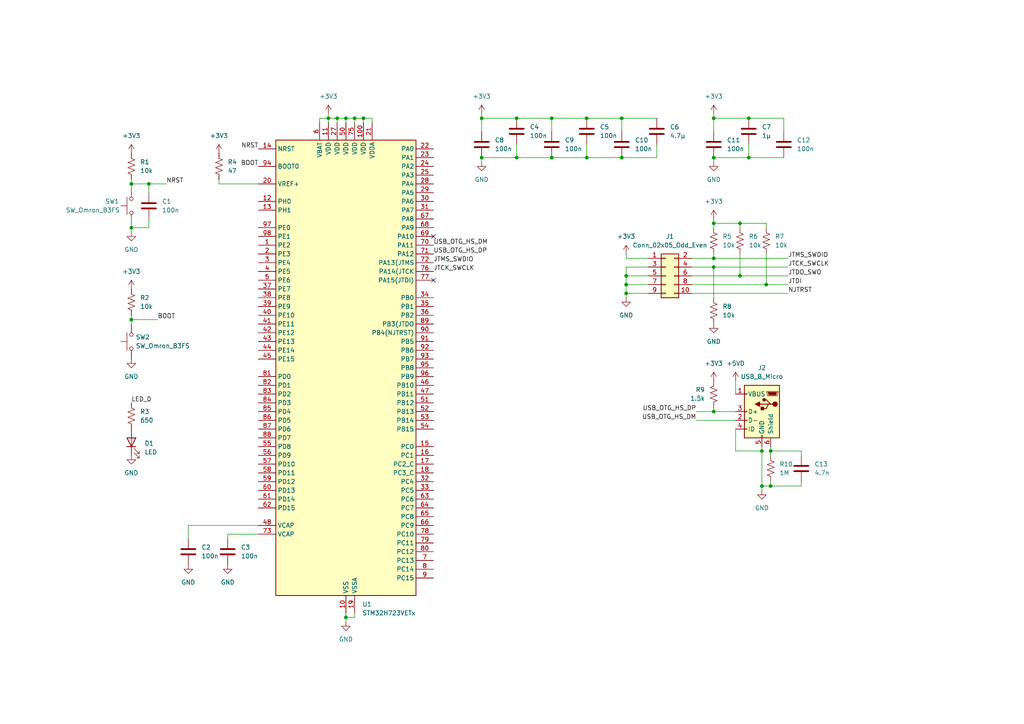
<source format=kicad_sch>
(kicad_sch (version 20230121) (generator eeschema)
  (paper "A4")
  (lib_symbols
    (symbol "Connector:USB_B_Micro" (pin_names (offset 1.016))
      (property "Reference" "J" (at -5.08 11.43 0))
      (property "Value" "USB_B_Micro" (at -5.08 8.89 0))
      (symbol "USB_B_Micro_0_1"
        (rectangle (start -5.08 -7.62) (end 5.08 7.62) (stroke (width 0.254)) (fill (type background)))
        (circle (center -3.81 2.159) (radius 0.635) (stroke (width 0.254)) (fill (type outline)))
        (circle (center -0.635 3.429) (radius 0.381) (stroke (width 0.254)) (fill (type outline)))
        (rectangle (start -0.127 -7.62) (end 0.127 -6.858))
        (polyline (pts (xy -1.905 2.159) (xy 0.635 2.159)) (stroke (width 0.254)))
        (polyline (pts (xy -3.175 2.159) (xy -2.54 2.159) (xy -1.27 3.429) (xy -0.635 3.429)) (stroke (width 0.254)))
        (polyline (pts (xy -2.54 2.159) (xy -1.905 2.159) (xy -1.27 0.889) (xy 0 0.889)) (stroke (width 0.254)))
        (polyline (pts (xy 0.635 2.794) (xy 0.635 1.524) (xy 1.905 2.159) (xy 0.635 2.794)) (stroke (width 0.254)) (fill (type outline)))
        (polyline (pts (xy -4.318 5.588) (xy -1.778 5.588) (xy -2.032 4.826) (xy -4.064 4.826) (xy -4.318 5.588)) (fill (type outline)))
        (polyline (pts (xy -4.699 5.842) (xy -4.699 5.588) (xy -4.445 4.826) (xy -4.445 4.572) (xy -1.651 4.572) (xy -1.651 4.826) (xy -1.397 5.588) (xy -1.397 5.842) (xy -4.699 5.842)))
        (rectangle (start 0.254 1.27) (end -0.508 0.508) (stroke (width 0.254)) (fill (type outline)))
        (rectangle (start 5.08 -5.207) (end 4.318 -4.953))
        (rectangle (start 5.08 -2.667) (end 4.318 -2.413))
        (rectangle (start 5.08 -0.127) (end 4.318 0.127))
        (rectangle (start 5.08 4.953) (end 4.318 5.207))
      )
      (symbol "USB_B_Micro_1_1"
        (pin power_out line (at 7.62 5.08 180) (length 2.54) (name "VBUS") (number "1"))
        (pin bidirectional line (at 7.62 -2.54 180) (length 2.54) (name "D-") (number "2"))
        (pin bidirectional line (at 7.62 0 180) (length 2.54) (name "D+") (number "3"))
        (pin passive line (at 7.62 -5.08 180) (length 2.54) (name "ID") (number "4"))
        (pin power_out line (at 0 -10.16 90) (length 2.54) (name "GND") (number "5"))
        (pin passive line (at -2.54 -10.16 90) (length 2.54) (name "Shield") (number "6"))
      )
    )
    (symbol "Connector_Generic:Conn_02x05_Odd_Even" (pin_names (offset 1.016) hide)
      (property "Reference" "J" (at 1.27 7.62 0))
      (property "Value" "Conn_02x05_Odd_Even" (at 1.27 -7.62 0))
      (symbol "Conn_02x05_Odd_Even_1_1"
        (rectangle (start -1.27 -4.953) (end 0 -5.207) (stroke (width 0.1524)))
        (rectangle (start -1.27 -2.413) (end 0 -2.667) (stroke (width 0.1524)))
        (rectangle (start -1.27 0.127) (end 0 -0.127) (stroke (width 0.1524)))
        (rectangle (start -1.27 2.667) (end 0 2.413) (stroke (width 0.1524)))
        (rectangle (start -1.27 5.207) (end 0 4.953) (stroke (width 0.1524)))
        (rectangle (start -1.27 6.35) (end 3.81 -6.35) (stroke (width 0.254)) (fill (type background)))
        (rectangle (start 3.81 -4.953) (end 2.54 -5.207) (stroke (width 0.1524)))
        (rectangle (start 3.81 -2.413) (end 2.54 -2.667) (stroke (width 0.1524)))
        (rectangle (start 3.81 0.127) (end 2.54 -0.127) (stroke (width 0.1524)))
        (rectangle (start 3.81 2.667) (end 2.54 2.413) (stroke (width 0.1524)))
        (rectangle (start 3.81 5.207) (end 2.54 4.953) (stroke (width 0.1524)))
        (pin passive line (at -5.08 5.08 0) (length 3.81) (name "Pin_1") (number "1"))
        (pin passive line (at 7.62 -5.08 180) (length 3.81) (name "Pin_10") (number "10"))
        (pin passive line (at 7.62 5.08 180) (length 3.81) (name "Pin_2") (number "2"))
        (pin passive line (at -5.08 2.54 0) (length 3.81) (name "Pin_3") (number "3"))
        (pin passive line (at 7.62 2.54 180) (length 3.81) (name "Pin_4") (number "4"))
        (pin passive line (at -5.08 0 0) (length 3.81) (name "Pin_5") (number "5"))
        (pin passive line (at 7.62 0 180) (length 3.81) (name "Pin_6") (number "6"))
        (pin passive line (at -5.08 -2.54 0) (length 3.81) (name "Pin_7") (number "7"))
        (pin passive line (at 7.62 -2.54 180) (length 3.81) (name "Pin_8") (number "8"))
        (pin passive line (at -5.08 -5.08 0) (length 3.81) (name "Pin_9") (number "9"))
      )
    )
    (symbol "Device:C" (pin_numbers hide) (pin_names (offset 0.254))
      (property "Reference" "C" (at 0.635 2.54 0))
      (property "Value" "C" (at 0.635 -2.54 0))
      (symbol "C_0_1"
        (polyline (pts (xy -2.032 -0.762) (xy 2.032 -0.762)) (stroke (width 0.508)))
        (polyline (pts (xy -2.032 0.762) (xy 2.032 0.762)) (stroke (width 0.508)))
      )
      (symbol "C_1_1"
        (pin passive line (at 0 3.81 270) (length 2.794) (name "~") (number "1"))
        (pin passive line (at 0 -3.81 90) (length 2.794) (name "~") (number "2"))
      )
    )
    (symbol "Device:LED" (pin_numbers hide) (pin_names (offset 1.016) hide)
      (property "Reference" "D" (at 0 2.54 0))
      (property "Value" "LED" (at 0 -2.54 0))
      (symbol "LED_0_1"
        (polyline (pts (xy -1.27 -1.27) (xy -1.27 1.27)) (stroke (width 0.254)))
        (polyline (pts (xy -1.27 0) (xy 1.27 0)))
        (polyline (pts (xy 1.27 -1.27) (xy 1.27 1.27) (xy -1.27 0) (xy 1.27 -1.27)) (stroke (width 0.254)))
        (polyline (pts (xy -3.048 -0.762) (xy -4.572 -2.286) (xy -3.81 -2.286) (xy -4.572 -2.286) (xy -4.572 -1.524)))
        (polyline (pts (xy -1.778 -0.762) (xy -3.302 -2.286) (xy -2.54 -2.286) (xy -3.302 -2.286) (xy -3.302 -1.524)))
      )
      (symbol "LED_1_1"
        (pin passive line (at -3.81 0 0) (length 2.54) (name "K") (number "1"))
        (pin passive line (at 3.81 0 180) (length 2.54) (name "A") (number "2"))
      )
    )
    (symbol "Device:R_US" (pin_numbers hide) (pin_names (offset 0))
      (property "Reference" "R" (at 2.54 0 90))
      (property "Value" "R_US" (at -2.54 0 90))
      (symbol "R_US_0_1"
        (polyline (pts (xy 0 -2.286) (xy 0 -2.54)))
        (polyline (pts (xy 0 2.286) (xy 0 2.54)))
        (polyline (pts (xy 0 -0.762) (xy 1.016 -1.143) (xy 0 -1.524) (xy -1.016 -1.905) (xy 0 -2.286)))
        (polyline (pts (xy 0 0.762) (xy 1.016 0.381) (xy 0 0) (xy -1.016 -0.381) (xy 0 -0.762)))
        (polyline (pts (xy 0 2.286) (xy 1.016 1.905) (xy 0 1.524) (xy -1.016 1.143) (xy 0 0.762)))
      )
      (symbol "R_US_1_1"
        (pin passive line (at 0 3.81 270) (length 1.27) (name "~") (number "1"))
        (pin passive line (at 0 -3.81 90) (length 1.27) (name "~") (number "2"))
      )
    )
    (symbol "MCU_ST_STM32H7:STM32H723VETx"
      (property "Reference" "U" (at -20.32 67.31 0))
      (property "Value" "STM32H723VETx" (at 10.16 67.31 0))
      (symbol "STM32H723VETx_0_1"
        (rectangle (start -20.32 -66.04) (end 20.32 66.04) (stroke (width 0.254)) (fill (type background)))
      )
      (symbol "STM32H723VETx_1_1"
        (pin bidirectional line (at -25.4 35.56 0) (length 5.08) (name "PE2") (number "1"))
        (pin power_in line (at 0 -71.12 90) (length 5.08) (name "VSS") (number "10"))
        (pin power_in line (at 5.08 71.12 270) (length 5.08) (name "VDD") (number "100"))
        (pin power_in line (at -5.08 71.12 270) (length 5.08) (name "VDD") (number "11"))
        (pin bidirectional line (at -25.4 48.26 0) (length 5.08) (name "PH0") (number "12"))
        (pin bidirectional line (at -25.4 45.72 0) (length 5.08) (name "PH1") (number "13"))
        (pin input line (at -25.4 63.5 0) (length 5.08) (name "NRST") (number "14"))
        (pin bidirectional line (at 25.4 -22.86 180) (length 5.08) (name "PC0") (number "15"))
        (pin bidirectional line (at 25.4 -25.4 180) (length 5.08) (name "PC1") (number "16"))
        (pin bidirectional line (at 25.4 -27.94 180) (length 5.08) (name "PC2_C") (number "17"))
        (pin bidirectional line (at 25.4 -30.48 180) (length 5.08) (name "PC3_C") (number "18"))
        (pin power_in line (at 2.54 -71.12 90) (length 5.08) (name "VSSA") (number "19"))
        (pin bidirectional line (at -25.4 33.02 0) (length 5.08) (name "PE3") (number "2"))
        (pin input line (at -25.4 53.34 0) (length 5.08) (name "VREF+") (number "20"))
        (pin power_in line (at 7.62 71.12 270) (length 5.08) (name "VDDA") (number "21"))
        (pin bidirectional line (at 25.4 63.5 180) (length 5.08) (name "PA0") (number "22"))
        (pin bidirectional line (at 25.4 60.96 180) (length 5.08) (name "PA1") (number "23"))
        (pin bidirectional line (at 25.4 58.42 180) (length 5.08) (name "PA2") (number "24"))
        (pin bidirectional line (at 25.4 55.88 180) (length 5.08) (name "PA3") (number "25"))
        (pin passive line (at 0 -71.12 90) (length 5.08) hide (name "VSS") (number "26"))
        (pin power_in line (at -2.54 71.12 270) (length 5.08) (name "VDD") (number "27"))
        (pin bidirectional line (at 25.4 53.34 180) (length 5.08) (name "PA4") (number "28"))
        (pin bidirectional line (at 25.4 50.8 180) (length 5.08) (name "PA5") (number "29"))
        (pin bidirectional line (at -25.4 30.48 0) (length 5.08) (name "PE4") (number "3"))
        (pin bidirectional line (at 25.4 48.26 180) (length 5.08) (name "PA6") (number "30"))
        (pin bidirectional line (at 25.4 45.72 180) (length 5.08) (name "PA7") (number "31"))
        (pin bidirectional line (at 25.4 -33.02 180) (length 5.08) (name "PC4") (number "32"))
        (pin bidirectional line (at 25.4 -35.56 180) (length 5.08) (name "PC5") (number "33"))
        (pin bidirectional line (at 25.4 20.32 180) (length 5.08) (name "PB0") (number "34"))
        (pin bidirectional line (at 25.4 17.78 180) (length 5.08) (name "PB1") (number "35"))
        (pin bidirectional line (at 25.4 15.24 180) (length 5.08) (name "PB2") (number "36"))
        (pin bidirectional line (at -25.4 22.86 0) (length 5.08) (name "PE7") (number "37"))
        (pin bidirectional line (at -25.4 20.32 0) (length 5.08) (name "PE8") (number "38"))
        (pin bidirectional line (at -25.4 17.78 0) (length 5.08) (name "PE9") (number "39"))
        (pin bidirectional line (at -25.4 27.94 0) (length 5.08) (name "PE5") (number "4"))
        (pin bidirectional line (at -25.4 15.24 0) (length 5.08) (name "PE10") (number "40"))
        (pin bidirectional line (at -25.4 12.7 0) (length 5.08) (name "PE11") (number "41"))
        (pin bidirectional line (at -25.4 10.16 0) (length 5.08) (name "PE12") (number "42"))
        (pin bidirectional line (at -25.4 7.62 0) (length 5.08) (name "PE13") (number "43"))
        (pin bidirectional line (at -25.4 5.08 0) (length 5.08) (name "PE14") (number "44"))
        (pin bidirectional line (at -25.4 2.54 0) (length 5.08) (name "PE15") (number "45"))
        (pin bidirectional line (at 25.4 -5.08 180) (length 5.08) (name "PB10") (number "46"))
        (pin bidirectional line (at 25.4 -7.62 180) (length 5.08) (name "PB11") (number "47"))
        (pin power_out line (at -25.4 -45.72 0) (length 5.08) (name "VCAP") (number "48"))
        (pin passive line (at 0 -71.12 90) (length 5.08) hide (name "VSS") (number "49"))
        (pin bidirectional line (at -25.4 25.4 0) (length 5.08) (name "PE6") (number "5"))
        (pin power_in line (at 0 71.12 270) (length 5.08) (name "VDD") (number "50"))
        (pin bidirectional line (at 25.4 -10.16 180) (length 5.08) (name "PB12") (number "51"))
        (pin bidirectional line (at 25.4 -12.7 180) (length 5.08) (name "PB13") (number "52"))
        (pin bidirectional line (at 25.4 -15.24 180) (length 5.08) (name "PB14") (number "53"))
        (pin bidirectional line (at 25.4 -17.78 180) (length 5.08) (name "PB15") (number "54"))
        (pin bidirectional line (at -25.4 -22.86 0) (length 5.08) (name "PD8") (number "55"))
        (pin bidirectional line (at -25.4 -25.4 0) (length 5.08) (name "PD9") (number "56"))
        (pin bidirectional line (at -25.4 -27.94 0) (length 5.08) (name "PD10") (number "57"))
        (pin bidirectional line (at -25.4 -30.48 0) (length 5.08) (name "PD11") (number "58"))
        (pin bidirectional line (at -25.4 -33.02 0) (length 5.08) (name "PD12") (number "59"))
        (pin power_in line (at -7.62 71.12 270) (length 5.08) (name "VBAT") (number "6"))
        (pin bidirectional line (at -25.4 -35.56 0) (length 5.08) (name "PD13") (number "60"))
        (pin bidirectional line (at -25.4 -38.1 0) (length 5.08) (name "PD14") (number "61"))
        (pin bidirectional line (at -25.4 -40.64 0) (length 5.08) (name "PD15") (number "62"))
        (pin bidirectional line (at 25.4 -38.1 180) (length 5.08) (name "PC6") (number "63"))
        (pin bidirectional line (at 25.4 -40.64 180) (length 5.08) (name "PC7") (number "64"))
        (pin bidirectional line (at 25.4 -43.18 180) (length 5.08) (name "PC8") (number "65"))
        (pin bidirectional line (at 25.4 -45.72 180) (length 5.08) (name "PC9") (number "66"))
        (pin bidirectional line (at 25.4 43.18 180) (length 5.08) (name "PA8") (number "67"))
        (pin bidirectional line (at 25.4 40.64 180) (length 5.08) (name "PA9") (number "68"))
        (pin bidirectional line (at 25.4 38.1 180) (length 5.08) (name "PA10") (number "69"))
        (pin bidirectional line (at 25.4 -55.88 180) (length 5.08) (name "PC13") (number "7"))
        (pin bidirectional line (at 25.4 35.56 180) (length 5.08) (name "PA11") (number "70"))
        (pin bidirectional line (at 25.4 33.02 180) (length 5.08) (name "PA12") (number "71"))
        (pin bidirectional line (at 25.4 30.48 180) (length 5.08) (name "PA13(JTMS") (number "72"))
        (pin power_out line (at -25.4 -48.26 0) (length 5.08) (name "VCAP") (number "73"))
        (pin passive line (at 0 -71.12 90) (length 5.08) hide (name "VSS") (number "74"))
        (pin power_in line (at 2.54 71.12 270) (length 5.08) (name "VDD") (number "75"))
        (pin bidirectional line (at 25.4 27.94 180) (length 5.08) (name "PA14(JTCK") (number "76"))
        (pin bidirectional line (at 25.4 25.4 180) (length 5.08) (name "PA15(JTDI)") (number "77"))
        (pin bidirectional line (at 25.4 -48.26 180) (length 5.08) (name "PC10") (number "78"))
        (pin bidirectional line (at 25.4 -50.8 180) (length 5.08) (name "PC11") (number "79"))
        (pin bidirectional line (at 25.4 -58.42 180) (length 5.08) (name "PC14") (number "8"))
        (pin bidirectional line (at 25.4 -53.34 180) (length 5.08) (name "PC12") (number "80"))
        (pin bidirectional line (at -25.4 -2.54 0) (length 5.08) (name "PD0") (number "81"))
        (pin bidirectional line (at -25.4 -5.08 0) (length 5.08) (name "PD1") (number "82"))
        (pin bidirectional line (at -25.4 -7.62 0) (length 5.08) (name "PD2") (number "83"))
        (pin bidirectional line (at -25.4 -10.16 0) (length 5.08) (name "PD3") (number "84"))
        (pin bidirectional line (at -25.4 -12.7 0) (length 5.08) (name "PD4") (number "85"))
        (pin bidirectional line (at -25.4 -15.24 0) (length 5.08) (name "PD5") (number "86"))
        (pin bidirectional line (at -25.4 -17.78 0) (length 5.08) (name "PD6") (number "87"))
        (pin bidirectional line (at -25.4 -20.32 0) (length 5.08) (name "PD7") (number "88"))
        (pin bidirectional line (at 25.4 12.7 180) (length 5.08) (name "PB3(JTDO") (number "89"))
        (pin bidirectional line (at 25.4 -60.96 180) (length 5.08) (name "PC15") (number "9"))
        (pin bidirectional line (at 25.4 10.16 180) (length 5.08) (name "PB4(NJTRST)") (number "90"))
        (pin bidirectional line (at 25.4 7.62 180) (length 5.08) (name "PB5") (number "91"))
        (pin bidirectional line (at 25.4 5.08 180) (length 5.08) (name "PB6") (number "92"))
        (pin bidirectional line (at 25.4 2.54 180) (length 5.08) (name "PB7") (number "93"))
        (pin input line (at -25.4 58.42 0) (length 5.08) (name "BOOT0") (number "94"))
        (pin bidirectional line (at 25.4 0 180) (length 5.08) (name "PB8") (number "95"))
        (pin bidirectional line (at 25.4 -2.54 180) (length 5.08) (name "PB9") (number "96"))
        (pin bidirectional line (at -25.4 40.64 0) (length 5.08) (name "PE0") (number "97"))
        (pin bidirectional line (at -25.4 38.1 0) (length 5.08) (name "PE1") (number "98"))
        (pin passive line (at 0 -71.12 90) (length 5.08) hide (name "VSS") (number "99"))
      )
    )
    (symbol "Switch:SW_Omron_B3FS" (pin_numbers hide) (pin_names (offset 1.016) hide)
      (property "Reference" "SW" (at 1.27 2.54 0))
      (property "Value" "SW_Omron_B3FS" (at 0 -1.524 0))
      (symbol "SW_Omron_B3FS_0_1"
        (circle (center -2.032 0) (radius 0.508))
        (polyline (pts (xy 0 1.27) (xy 0 3.048)))
        (polyline (pts (xy 2.54 1.27) (xy -2.54 1.27)))
        (circle (center 2.032 0) (radius 0.508))
        (pin passive line (at -5.08 0 0) (length 2.54) (name "1") (number "1"))
        (pin passive line (at 5.08 0 180) (length 2.54) (name "2") (number "2"))
      )
    )
    (symbol "power:+3V3" (power) (pin_names (offset 0))
      (property "Value" "+3V3" (at 0 3.556 0))
      (symbol "+3V3_0_1"
        (polyline (pts (xy -0.762 1.27) (xy 0 2.54)))
        (polyline (pts (xy 0 0) (xy 0 2.54)))
        (polyline (pts (xy 0 2.54) (xy 0.762 1.27)))
      )
      (symbol "+3V3_1_1"
        (pin power_in line (at 0 0 90) (length 0) hide (name "+3V3") (number "1"))
      )
    )
    (symbol "power:+5VD" (power) (pin_names (offset 0))
      (property "Value" "+5VD" (at 0 3.556 0))
      (symbol "+5VD_0_1"
        (polyline (pts (xy -0.762 1.27) (xy 0 2.54)))
        (polyline (pts (xy 0 0) (xy 0 2.54)))
        (polyline (pts (xy 0 2.54) (xy 0.762 1.27)))
      )
      (symbol "+5VD_1_1"
        (pin power_in line (at 0 0 90) (length 0) hide (name "+5VD") (number "1"))
      )
    )
    (symbol "power:GND" (power) (pin_names (offset 0))
      (property "Value" "GND" (at 0 -3.81 0))
      (symbol "GND_0_1"
        (polyline (pts (xy 0 0) (xy 0 -1.27) (xy 1.27 -1.27) (xy 0 -2.54) (xy -1.27 -1.27) (xy 0 -1.27)))
      )
      (symbol "GND_1_1"
        (pin power_in line (at 0 0 270) (length 0) hide (name "GND") (number "1"))
      )
    )
  )
  (junction (at 100.33 34.29))
  (junction (at 149.86 34.29))
  (junction (at 38.1 66.04))
  (junction (at 181.61 85.09))
  (junction (at 181.61 80.01))
  (junction (at 139.7 45.72))
  (junction (at 223.52 140.97))
  (junction (at 180.34 45.72))
  (junction (at 217.17 45.72))
  (junction (at 170.18 45.72))
  (junction (at 160.02 45.72))
  (junction (at 43.18 53.34))
  (junction (at 38.1 53.34))
  (junction (at 207.01 34.29))
  (junction (at 181.61 82.55))
  (junction (at 223.52 130.81))
  (junction (at 207.01 64.77))
  (junction (at 207.01 74.93))
  (junction (at 105.41 34.29))
  (junction (at 220.98 130.81))
  (junction (at 214.63 80.01))
  (junction (at 149.86 45.72))
  (junction (at 222.25 82.55))
  (junction (at 38.1 92.71))
  (junction (at 220.98 140.97))
  (junction (at 97.79 34.29))
  (junction (at 102.87 34.29))
  (junction (at 214.63 64.77))
  (junction (at 100.33 179.07))
  (junction (at 160.02 34.29))
  (junction (at 180.34 34.29))
  (junction (at 217.17 34.29))
  (junction (at 207.01 45.72))
  (junction (at 207.01 119.38))
  (junction (at 139.7 34.29))
  (junction (at 170.18 34.29))
  (junction (at 207.01 77.47))
  (junction (at 95.25 34.29))
  (no_connect (at 125.73 68.58))
  (no_connect (at 125.73 81.28))
  (wire (pts (xy 220.98 130.81) (xy 220.98 129.54)))
  (wire (pts (xy 181.61 86.36) (xy 181.61 85.09)))
  (wire (pts (xy 213.36 124.46) (xy 213.36 130.81)))
  (wire (pts (xy 181.61 80.01) (xy 181.61 77.47)))
  (wire (pts (xy 100.33 177.8) (xy 100.33 179.07)))
  (wire (pts (xy 232.41 130.81) (xy 223.52 130.81)))
  (wire (pts (xy 213.36 130.81) (xy 220.98 130.81)))
  (wire (pts (xy 190.5 41.91) (xy 190.5 45.72)))
  (wire (pts (xy 201.93 121.92) (xy 213.36 121.92)))
  (wire (pts (xy 207.01 118.11) (xy 207.01 119.38)))
  (wire (pts (xy 149.86 41.91) (xy 149.86 45.72)))
  (wire (pts (xy 214.63 64.77) (xy 207.01 64.77)))
  (wire (pts (xy 95.25 33.02) (xy 95.25 34.29)))
  (wire (pts (xy 38.1 53.34) (xy 43.18 53.34)))
  (wire (pts (xy 160.02 34.29) (xy 170.18 34.29)))
  (wire (pts (xy 66.04 154.94) (xy 66.04 156.21)))
  (wire (pts (xy 74.93 152.4) (xy 54.61 152.4)))
  (wire (pts (xy 217.17 34.29) (xy 207.01 34.29)))
  (wire (pts (xy 217.17 41.91) (xy 217.17 45.72)))
  (wire (pts (xy 222.25 73.66) (xy 222.25 82.55)))
  (wire (pts (xy 220.98 130.81) (xy 220.98 140.97)))
  (wire (pts (xy 228.6 82.55) (xy 222.25 82.55)))
  (wire (pts (xy 180.34 45.72) (xy 190.5 45.72)))
  (wire (pts (xy 43.18 53.34) (xy 48.26 53.34)))
  (wire (pts (xy 43.18 63.5) (xy 43.18 66.04)))
  (wire (pts (xy 38.1 91.44) (xy 38.1 92.71)))
  (wire (pts (xy 97.79 34.29) (xy 100.33 34.29)))
  (wire (pts (xy 100.33 34.29) (xy 100.33 35.56)))
  (wire (pts (xy 43.18 53.34) (xy 43.18 55.88)))
  (wire (pts (xy 102.87 34.29) (xy 105.41 34.29)))
  (wire (pts (xy 181.61 85.09) (xy 181.61 82.55)))
  (wire (pts (xy 222.25 66.04) (xy 222.25 64.77)))
  (wire (pts (xy 232.41 139.7) (xy 232.41 140.97)))
  (wire (pts (xy 160.02 34.29) (xy 160.02 38.1)))
  (wire (pts (xy 181.61 77.47) (xy 187.96 77.47)))
  (wire (pts (xy 217.17 45.72) (xy 227.33 45.72)))
  (wire (pts (xy 180.34 34.29) (xy 180.34 38.1)))
  (wire (pts (xy 105.41 34.29) (xy 105.41 35.56)))
  (wire (pts (xy 201.93 119.38) (xy 207.01 119.38)))
  (wire (pts (xy 228.6 85.09) (xy 200.66 85.09)))
  (wire (pts (xy 102.87 177.8) (xy 102.87 179.07)))
  (wire (pts (xy 97.79 34.29) (xy 97.79 35.56)))
  (wire (pts (xy 149.86 34.29) (xy 160.02 34.29)))
  (wire (pts (xy 223.52 139.7) (xy 223.52 140.97)))
  (wire (pts (xy 102.87 34.29) (xy 102.87 35.56)))
  (wire (pts (xy 214.63 73.66) (xy 214.63 80.01)))
  (wire (pts (xy 207.01 38.1) (xy 207.01 34.29)))
  (wire (pts (xy 223.52 130.81) (xy 223.52 132.08)))
  (wire (pts (xy 213.36 110.49) (xy 213.36 114.3)))
  (wire (pts (xy 207.01 45.72) (xy 217.17 45.72)))
  (wire (pts (xy 38.1 52.07) (xy 38.1 53.34)))
  (wire (pts (xy 105.41 34.29) (xy 107.95 34.29)))
  (wire (pts (xy 207.01 77.47) (xy 228.6 77.47)))
  (wire (pts (xy 107.95 35.56) (xy 107.95 34.29)))
  (wire (pts (xy 160.02 45.72) (xy 170.18 45.72)))
  (wire (pts (xy 100.33 179.07) (xy 100.33 180.34)))
  (wire (pts (xy 38.1 92.71) (xy 38.1 93.98)))
  (wire (pts (xy 92.71 34.29) (xy 95.25 34.29)))
  (wire (pts (xy 95.25 34.29) (xy 97.79 34.29)))
  (wire (pts (xy 100.33 179.07) (xy 102.87 179.07)))
  (wire (pts (xy 200.66 80.01) (xy 214.63 80.01)))
  (wire (pts (xy 228.6 74.93) (xy 207.01 74.93)))
  (wire (pts (xy 207.01 77.47) (xy 200.66 77.47)))
  (wire (pts (xy 139.7 34.29) (xy 149.86 34.29)))
  (wire (pts (xy 181.61 73.66) (xy 181.61 74.93)))
  (wire (pts (xy 232.41 132.08) (xy 232.41 130.81)))
  (wire (pts (xy 139.7 45.72) (xy 139.7 46.99)))
  (wire (pts (xy 181.61 82.55) (xy 187.96 82.55)))
  (wire (pts (xy 92.71 35.56) (xy 92.71 34.29)))
  (wire (pts (xy 170.18 41.91) (xy 170.18 45.72)))
  (wire (pts (xy 232.41 140.97) (xy 223.52 140.97)))
  (wire (pts (xy 227.33 34.29) (xy 217.17 34.29)))
  (wire (pts (xy 63.5 53.34) (xy 74.93 53.34)))
  (wire (pts (xy 74.93 154.94) (xy 66.04 154.94)))
  (wire (pts (xy 181.61 74.93) (xy 187.96 74.93)))
  (wire (pts (xy 207.01 73.66) (xy 207.01 74.93)))
  (wire (pts (xy 227.33 38.1) (xy 227.33 34.29)))
  (wire (pts (xy 38.1 67.31) (xy 38.1 66.04)))
  (wire (pts (xy 38.1 66.04) (xy 43.18 66.04)))
  (wire (pts (xy 180.34 34.29) (xy 190.5 34.29)))
  (wire (pts (xy 207.01 63.5) (xy 207.01 64.77)))
  (wire (pts (xy 170.18 34.29) (xy 180.34 34.29)))
  (wire (pts (xy 207.01 119.38) (xy 213.36 119.38)))
  (wire (pts (xy 223.52 140.97) (xy 220.98 140.97)))
  (wire (pts (xy 38.1 92.71) (xy 45.72 92.71)))
  (wire (pts (xy 139.7 34.29) (xy 139.7 38.1)))
  (wire (pts (xy 54.61 152.4) (xy 54.61 156.21)))
  (wire (pts (xy 170.18 45.72) (xy 180.34 45.72)))
  (wire (pts (xy 207.01 77.47) (xy 207.01 86.36)))
  (wire (pts (xy 220.98 140.97) (xy 220.98 142.24)))
  (wire (pts (xy 181.61 85.09) (xy 187.96 85.09)))
  (wire (pts (xy 63.5 52.07) (xy 63.5 53.34)))
  (wire (pts (xy 222.25 64.77) (xy 214.63 64.77)))
  (wire (pts (xy 139.7 33.02) (xy 139.7 34.29)))
  (wire (pts (xy 207.01 64.77) (xy 207.01 66.04)))
  (wire (pts (xy 222.25 82.55) (xy 200.66 82.55)))
  (wire (pts (xy 181.61 80.01) (xy 187.96 80.01)))
  (wire (pts (xy 139.7 45.72) (xy 149.86 45.72)))
  (wire (pts (xy 223.52 129.54) (xy 223.52 130.81)))
  (wire (pts (xy 214.63 80.01) (xy 228.6 80.01)))
  (wire (pts (xy 149.86 45.72) (xy 160.02 45.72)))
  (wire (pts (xy 207.01 74.93) (xy 200.66 74.93)))
  (wire (pts (xy 207.01 33.02) (xy 207.01 34.29)))
  (wire (pts (xy 100.33 34.29) (xy 102.87 34.29)))
  (wire (pts (xy 181.61 82.55) (xy 181.61 80.01)))
  (wire (pts (xy 207.01 45.72) (xy 207.01 46.99)))
  (wire (pts (xy 95.25 34.29) (xy 95.25 35.56)))
  (wire (pts (xy 38.1 53.34) (xy 38.1 54.61)))
  (wire (pts (xy 214.63 64.77) (xy 214.63 66.04)))
  (wire (pts (xy 38.1 66.04) (xy 38.1 64.77)))
  (label "NRST" (at 48.26 53.34 0))
  (label "USB_OTG_HS_DM" (at 125.73 71.12 0))
  (label "JTDO_SWO" (at 228.6 80.01 0))
  (label "NRST" (at 74.93 43.18 180))
  (label "JTMS_SWDIO" (at 125.73 76.2 0))
  (label "JTDI" (at 228.6 82.55 0))
  (label "USB_OTG_HS_DP" (at 125.73 73.66 0))
  (label "JTMS_SWDIO" (at 228.6 74.93 0))
  (label "JTCK_SWCLK" (at 228.6 77.47 0))
  (label "NJTRST" (at 228.6 85.09 0))
  (label "JTCK_SWCLK" (at 125.73 78.74 0))
  (label "BOOT" (at 74.93 48.26 180))
  (label "USB_OTG_HS_DP" (at 201.93 119.38 180))
  (label "LED_0" (at 38.1 116.84 0))
  (label "BOOT" (at 45.72 92.71 0))
  (label "USB_OTG_HS_DM" (at 201.93 121.92 180))
  (symbol (lib_id "Device:C") (at 43.18 59.69 0) (unit 1)
    (property "Reference" "C1" (at 46.99 58.42 0) (effects (justify left)))
    (property "Value" "100n" (at 46.99 60.96 0) (effects (justify left)))
    (property "Footprint" "Capacitor_SMD:C_0603_1608Metric" (effects hide))
  )
  (symbol (lib_id "Device:LED") (at 38.1 128.27 90) (unit 1)
    (property "Reference" "D1" (at 41.91 128.5875 90) (effects (justify right)))
    (property "Value" "LED" (at 41.91 131.1275 90) (effects (justify right)))
    (property "Footprint" "LED_SMD:LED_0805_2012Metric" (effects hide))
  )
  (symbol (lib_id "power:+3V3") (at 207.01 63.5 0) (unit 1)
    (property "Reference" "#PWR015" (effects hide))
    (property "Value" "+3V3" (at 207.01 58.42 0))
  )
  (symbol (lib_id "Device:C") (at 217.17 38.1 0) (unit 1)
    (property "Reference" "C7" (at 220.98 36.83 0) (effects (justify left)))
    (property "Value" "1μ" (at 220.98 39.37 0) (effects (justify left)))
    (property "Footprint" "Capacitor_SMD:C_0805_2012Metric" (effects hide))
  )
  (symbol (lib_id "Device:C") (at 149.86 38.1 0) (unit 1)
    (property "Reference" "C4" (at 153.67 36.83 0) (effects (justify left)))
    (property "Value" "100n" (at 153.67 39.37 0) (effects (justify left)))
    (property "Footprint" "Capacitor_SMD:C_0603_1608Metric" (effects hide))
  )
  (symbol (lib_id "power:GND") (at 181.61 86.36 0) (unit 1)
    (property "Reference" "#PWR017" (effects hide))
    (property "Value" "GND" (at 181.61 91.44 0))
  )
  (symbol (lib_id "Device:R_US") (at 38.1 87.63 0) (unit 1)
    (property "Reference" "R2" (at 40.64 86.36 0) (effects (justify left)))
    (property "Value" "10k" (at 40.64 88.9 0) (effects (justify left)))
    (property "Footprint" "Resistor_SMD:R_0603_1608Metric" (effects hide))
  )
  (symbol (lib_id "Device:C") (at 66.04 160.02 0) (unit 1)
    (property "Reference" "C3" (at 69.85 158.75 0) (effects (justify left)))
    (property "Value" "100n" (at 69.85 161.29 0) (effects (justify left)))
    (property "Footprint" "Capacitor_SMD:C_0603_1608Metric" (effects hide))
  )
  (symbol (lib_id "Device:C") (at 160.02 41.91 0) (unit 1)
    (property "Reference" "C9" (at 163.83 40.64 0) (effects (justify left)))
    (property "Value" "100n" (at 163.83 43.18 0) (effects (justify left)))
    (property "Footprint" "Capacitor_SMD:C_0603_1608Metric" (effects hide))
  )
  (symbol (lib_id "Device:R_US") (at 207.01 114.3 0) (mirror y) (unit 1)
    (property "Reference" "R9" (at 204.47 113.03 0) (effects (justify left)))
    (property "Value" "1.5k" (at 204.47 115.57 0) (effects (justify left)))
    (property "Footprint" "Resistor_SMD:R_0603_1608Metric" (effects hide))
  )
  (symbol (lib_id "Device:C") (at 227.33 41.91 0) (unit 1)
    (property "Reference" "C12" (at 231.14 40.64 0) (effects (justify left)))
    (property "Value" "100n" (at 231.14 43.18 0) (effects (justify left)))
    (property "Footprint" "Capacitor_SMD:C_0603_1608Metric" (effects hide))
  )
  (symbol (lib_id "power:+3V3") (at 207.01 33.02 0) (unit 1)
    (property "Reference" "#PWR012" (effects hide))
    (property "Value" "+3V3" (at 207.01 27.94 0))
  )
  (symbol (lib_id "Device:R_US") (at 223.52 135.89 0) (unit 1)
    (property "Reference" "R10" (at 226.06 134.62 0) (effects (justify left)))
    (property "Value" "1M" (at 226.06 137.16 0) (effects (justify left)))
    (property "Footprint" "Resistor_SMD:R_0603_1608Metric" (effects hide))
  )
  (symbol (lib_id "power:+3V3") (at 63.5 44.45 0) (unit 1)
    (property "Reference" "#PWR07" (effects hide))
    (property "Value" "+3V3" (at 63.5 39.37 0))
  )
  (symbol (lib_id "power:+3V3") (at 38.1 44.45 0) (unit 1)
    (property "Reference" "#PWR01" (effects hide))
    (property "Value" "+3V3" (at 38.1 39.37 0))
  )
  (symbol (lib_id "Device:C") (at 54.61 160.02 180) (unit 1)
    (property "Reference" "C2" (at 58.42 158.75 0) (effects (justify right)))
    (property "Value" "100n" (at 58.42 161.29 0) (effects (justify right)))
    (property "Footprint" "Capacitor_SMD:C_0603_1608Metric" (effects hide))
  )
  (symbol (lib_id "power:GND") (at 38.1 67.31 0) (unit 1)
    (property "Reference" "#PWR02" (effects hide))
    (property "Value" "GND" (at 38.1 72.39 0))
  )
  (symbol (lib_id "Device:C") (at 190.5 38.1 0) (unit 1)
    (property "Reference" "C6" (at 194.31 36.83 0) (effects (justify left)))
    (property "Value" "4.7μ" (at 194.31 39.37 0) (effects (justify left)))
    (property "Footprint" "Capacitor_SMD:C_0805_2012Metric" (effects hide))
  )
  (symbol (lib_id "power:GND") (at 38.1 104.14 0) (unit 1)
    (property "Reference" "#PWR04" (effects hide))
    (property "Value" "GND" (at 38.1 109.22 0))
  )
  (symbol (lib_id "Device:C") (at 180.34 41.91 0) (unit 1)
    (property "Reference" "C10" (at 184.15 40.64 0) (effects (justify left)))
    (property "Value" "100n" (at 184.15 43.18 0) (effects (justify left)))
    (property "Footprint" "Capacitor_SMD:C_0603_1608Metric" (effects hide))
  )
  (symbol (lib_id "power:GND") (at 54.61 163.83 0) (unit 1)
    (property "Reference" "#PWR08" (effects hide))
    (property "Value" "GND" (at 54.61 168.91 0))
  )
  (symbol (lib_id "Device:R_US") (at 207.01 69.85 0) (unit 1)
    (property "Reference" "R5" (at 209.55 68.58 0) (effects (justify left)))
    (property "Value" "10k" (at 209.55 71.12 0) (effects (justify left)))
    (property "Footprint" "Resistor_SMD:R_0603_1608Metric" (effects hide))
  )
  (symbol (lib_id "Device:R_US") (at 38.1 120.65 180) (unit 1)
    (property "Reference" "R3" (at 40.64 119.38 0) (effects (justify right)))
    (property "Value" "650" (at 40.64 121.92 0) (effects (justify right)))
    (property "Footprint" "Resistor_SMD:R_0603_1608Metric" (effects hide))
  )
  (symbol (lib_id "MCU_ST_STM32H7:STM32H723VETx") (at 100.33 106.68 0) (unit 1)
    (property "Reference" "U1" (at 105.0641 175.26 0) (effects (justify left)))
    (property "Value" "STM32H723VETx" (at 105.0641 177.8 0) (effects (justify left)))
    (property "Footprint" "Package_QFP:LQFP-100_14x14mm_P0.5mm" (effects hide))
    (property "Datasheet" "https://www.st.com/resource/en/datasheet/stm32h723ve.pdf" (effects hide))
  )
  (symbol (lib_id "Device:R_US") (at 63.5 48.26 180) (unit 1)
    (property "Reference" "R4" (at 66.04 46.99 0) (effects (justify right)))
    (property "Value" "47" (at 66.04 49.53 0) (effects (justify right)))
    (property "Footprint" "Resistor_SMD:R_0603_1608Metric" (effects hide))
  )
  (symbol (lib_id "power:+3V3") (at 139.7 33.02 0) (unit 1)
    (property "Reference" "#PWR011" (effects hide))
    (property "Value" "+3V3" (at 139.7 27.94 0))
  )
  (symbol (lib_id "power:+3V3") (at 38.1 83.82 0) (unit 1)
    (property "Reference" "#PWR03" (effects hide))
    (property "Value" "+3V3" (at 38.1 78.74 0))
  )
  (symbol (lib_id "Connector:USB_B_Micro") (at 220.98 119.38 0) (mirror y) (unit 1)
    (property "Reference" "J2" (at 220.98 106.68 0))
    (property "Value" "USB_B_Micro" (at 220.98 109.22 0))
    (property "Footprint" "Connector_USB:USB_Micro-B_Amphenol_10118193-0001LF_Horizontal" (effects hide))
  )
  (symbol (lib_id "Switch:SW_Omron_B3FS") (at 38.1 99.06 90) (unit 1)
    (property "Reference" "SW2" (at 39.37 97.79 90) (effects (justify right)))
    (property "Value" "SW_Omron_B3FS" (at 39.37 100.33 90) (effects (justify right)))
    (property "Footprint" "Button_Switch_SMD:SW_SPST_Omron_B3FS-100xP" (effects hide))
    (property "Datasheet" "https://omronfs.omron.com/en_US/ecb/products/pdf/en-b3fs.pdf" (effects hide))
  )
  (symbol (lib_id "Connector_Generic:Conn_02x05_Odd_Even") (at 193.04 80.01 0) (unit 1)
    (property "Reference" "J1" (at 194.31 68.58 0))
    (property "Value" "Conn_02x05_Odd_Even" (at 194.31 71.12 0))
    (property "Footprint" "Connector_PinHeader_2.54mm:PinHeader_2x05_P2.54mm_Vertical" (effects hide))
  )
  (symbol (lib_id "power:GND") (at 66.04 163.83 0) (unit 1)
    (property "Reference" "#PWR09" (effects hide))
    (property "Value" "GND" (at 66.04 168.91 0))
  )
  (symbol (lib_id "Device:C") (at 139.7 41.91 0) (unit 1)
    (property "Reference" "C8" (at 143.51 40.64 0) (effects (justify left)))
    (property "Value" "100n" (at 143.51 43.18 0) (effects (justify left)))
    (property "Footprint" "Capacitor_SMD:C_0603_1608Metric" (effects hide))
  )
  (symbol (lib_id "power:GND") (at 139.7 46.99 0) (unit 1)
    (property "Reference" "#PWR013" (effects hide))
    (property "Value" "GND" (at 139.7 52.07 0))
  )
  (symbol (lib_id "power:GND") (at 38.1 132.08 0) (unit 1)
    (property "Reference" "#PWR05" (effects hide))
    (property "Value" "GND" (at 38.1 137.16 0))
  )
  (symbol (lib_id "power:+3V3") (at 181.61 73.66 0) (unit 1)
    (property "Reference" "#PWR016" (effects hide))
    (property "Value" "+3V3" (at 181.61 68.58 0))
  )
  (symbol (lib_id "Device:R_US") (at 38.1 48.26 0) (unit 1)
    (property "Reference" "R1" (at 40.64 46.99 0) (effects (justify left)))
    (property "Value" "10k" (at 40.64 49.53 0) (effects (justify left)))
    (property "Footprint" "Resistor_SMD:R_0603_1608Metric" (effects hide))
  )
  (symbol (lib_id "power:+3V3") (at 207.01 110.49 0) (unit 1)
    (property "Reference" "#PWR019" (effects hide))
    (property "Value" "+3V3" (at 207.01 105.41 0))
  )
  (symbol (lib_id "Device:R_US") (at 222.25 69.85 0) (unit 1)
    (property "Reference" "R7" (at 224.79 68.58 0) (effects (justify left)))
    (property "Value" "10k" (at 224.79 71.12 0) (effects (justify left)))
    (property "Footprint" "Resistor_SMD:R_0603_1608Metric" (effects hide))
  )
  (symbol (lib_id "Device:R_US") (at 214.63 69.85 0) (unit 1)
    (property "Reference" "R6" (at 217.17 68.58 0) (effects (justify left)))
    (property "Value" "10k" (at 217.17 71.12 0) (effects (justify left)))
    (property "Footprint" "Resistor_SMD:R_0603_1608Metric" (effects hide))
  )
  (symbol (lib_id "Device:C") (at 170.18 38.1 0) (unit 1)
    (property "Reference" "C5" (at 173.99 36.83 0) (effects (justify left)))
    (property "Value" "100n" (at 173.99 39.37 0) (effects (justify left)))
    (property "Footprint" "Capacitor_SMD:C_0603_1608Metric" (effects hide))
  )
  (symbol (lib_id "power:+3V3") (at 95.25 33.02 0) (unit 1)
    (property "Reference" "#PWR06" (effects hide))
    (property "Value" "+3V3" (at 95.25 27.94 0))
  )
  (symbol (lib_id "Device:R_US") (at 207.01 90.17 0) (unit 1)
    (property "Reference" "R8" (at 209.55 88.9 0) (effects (justify left)))
    (property "Value" "10k" (at 209.55 91.44 0) (effects (justify left)))
    (property "Footprint" "Resistor_SMD:R_0603_1608Metric" (effects hide))
  )
  (symbol (lib_id "power:GND") (at 220.98 142.24 0) (unit 1)
    (property "Reference" "#PWR021" (effects hide))
    (property "Value" "GND" (at 220.98 147.32 0))
  )
  (symbol (lib_id "power:GND") (at 207.01 46.99 0) (unit 1)
    (property "Reference" "#PWR014" (effects hide))
    (property "Value" "GND" (at 207.01 52.07 0))
  )
  (symbol (lib_id "Switch:SW_Omron_B3FS") (at 38.1 59.69 90) (unit 1)
    (property "Reference" "SW1" (at 30.48 58.42 90) (effects (justify right)))
    (property "Value" "SW_Omron_B3FS" (at 19.05 60.96 90) (effects (justify right)))
    (property "Footprint" "Button_Switch_SMD:SW_SPST_Omron_B3FS-100xP" (effects hide))
    (property "Datasheet" "https://omronfs.omron.com/en_US/ecb/products/pdf/en-b3fs.pdf" (effects hide))
  )
  (symbol (lib_id "Device:C") (at 207.01 41.91 0) (unit 1)
    (property "Reference" "C11" (at 210.82 40.64 0) (effects (justify left)))
    (property "Value" "100n" (at 210.82 43.18 0) (effects (justify left)))
    (property "Footprint" "Capacitor_SMD:C_0603_1608Metric" (effects hide))
  )
  (symbol (lib_id "Device:C") (at 232.41 135.89 0) (unit 1)
    (property "Reference" "C13" (at 236.22 134.62 0) (effects (justify left)))
    (property "Value" "4.7n" (at 236.22 137.16 0) (effects (justify left)))
    (property "Footprint" "Capacitor_SMD:C_0603_1608Metric" (effects hide))
  )
  (symbol (lib_id "power:GND") (at 207.01 93.98 0) (unit 1)
    (property "Reference" "#PWR018" (effects hide))
    (property "Value" "GND" (at 207.01 99.06 0))
  )
  (symbol (lib_id "power:GND") (at 100.33 180.34 0) (unit 1)
    (property "Reference" "#PWR010" (effects hide))
    (property "Value" "GND" (at 100.33 185.42 0))
  )
  (symbol (lib_id "power:+5VD") (at 213.36 110.49 0) (unit 1)
    (property "Reference" "#PWR020" (effects hide))
    (property "Value" "+5VD" (at 213.36 105.41 0))
  )
)
</source>
